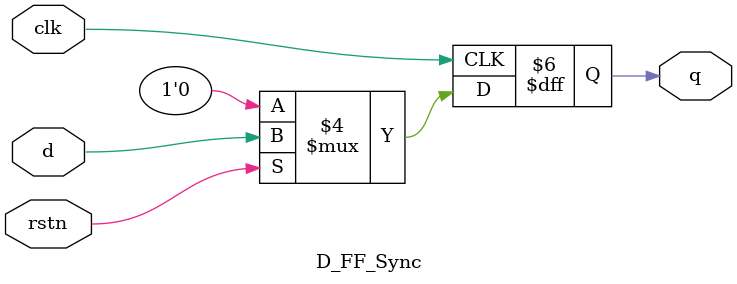
<source format=v>
`timescale 1ns / 1ps


module D_FF_Sync(input d,
input rstn,
input clk,
output reg q);

always @ (posedge clk)
    if(!rstn)
        q<=0;
    else
        q<=d;

endmodule

</source>
